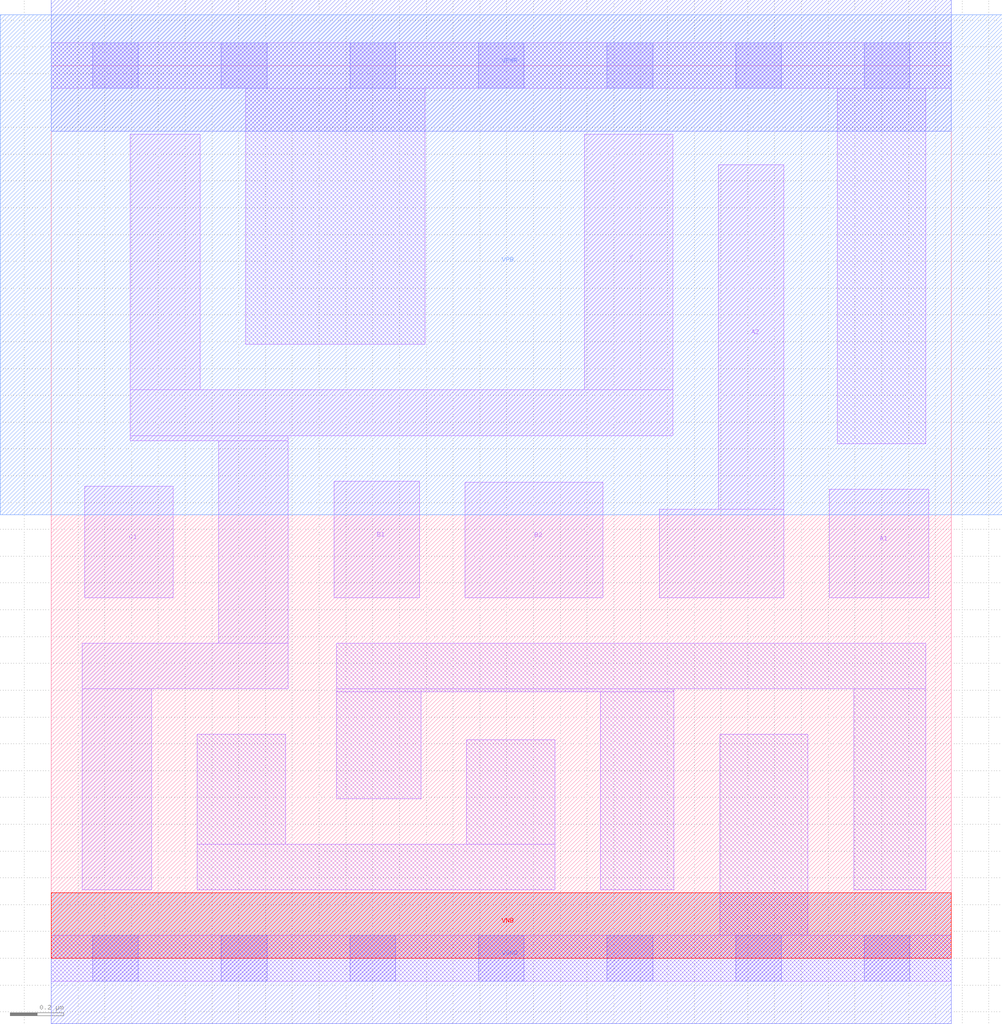
<source format=lef>
# Copyright 2020 The SkyWater PDK Authors
#
# Licensed under the Apache License, Version 2.0 (the "License");
# you may not use this file except in compliance with the License.
# You may obtain a copy of the License at
#
#     https://www.apache.org/licenses/LICENSE-2.0
#
# Unless required by applicable law or agreed to in writing, software
# distributed under the License is distributed on an "AS IS" BASIS,
# WITHOUT WARRANTIES OR CONDITIONS OF ANY KIND, either express or implied.
# See the License for the specific language governing permissions and
# limitations under the License.
#
# SPDX-License-Identifier: Apache-2.0

VERSION 5.7 ;
  NOWIREEXTENSIONATPIN ON ;
  DIVIDERCHAR "/" ;
  BUSBITCHARS "[]" ;
MACRO sky130_fd_sc_lp__o221ai_1
  CLASS CORE ;
  FOREIGN sky130_fd_sc_lp__o221ai_1 ;
  ORIGIN  0.000000  0.000000 ;
  SIZE  3.360000 BY  3.330000 ;
  SYMMETRY X Y R90 ;
  SITE unit ;
  PIN A1
    ANTENNAGATEAREA  0.315000 ;
    DIRECTION INPUT ;
    USE SIGNAL ;
    PORT
      LAYER li1 ;
        RECT 2.905000 1.345000 3.275000 1.750000 ;
    END
  END A1
  PIN A2
    ANTENNAGATEAREA  0.315000 ;
    DIRECTION INPUT ;
    USE SIGNAL ;
    PORT
      LAYER li1 ;
        RECT 2.270000 1.345000 2.735000 1.675000 ;
        RECT 2.490000 1.675000 2.735000 2.960000 ;
    END
  END A2
  PIN B1
    ANTENNAGATEAREA  0.315000 ;
    DIRECTION INPUT ;
    USE SIGNAL ;
    PORT
      LAYER li1 ;
        RECT 1.055000 1.345000 1.375000 1.780000 ;
    END
  END B1
  PIN B2
    ANTENNAGATEAREA  0.315000 ;
    DIRECTION INPUT ;
    USE SIGNAL ;
    PORT
      LAYER li1 ;
        RECT 1.545000 1.345000 2.060000 1.775000 ;
    END
  END B2
  PIN C1
    ANTENNAGATEAREA  0.315000 ;
    DIRECTION INPUT ;
    USE SIGNAL ;
    PORT
      LAYER li1 ;
        RECT 0.125000 1.345000 0.455000 1.760000 ;
    END
  END C1
  PIN Y
    ANTENNADIFFAREA  1.274700 ;
    DIRECTION OUTPUT ;
    USE SIGNAL ;
    PORT
      LAYER li1 ;
        RECT 0.115000 0.255000 0.375000 1.005000 ;
        RECT 0.115000 1.005000 0.885000 1.175000 ;
        RECT 0.295000 1.930000 0.885000 1.950000 ;
        RECT 0.295000 1.950000 2.320000 2.120000 ;
        RECT 0.295000 2.120000 0.555000 3.075000 ;
        RECT 0.625000 1.175000 0.885000 1.930000 ;
        RECT 1.990000 2.120000 2.320000 3.075000 ;
    END
  END Y
  PIN VGND
    DIRECTION INOUT ;
    USE GROUND ;
    PORT
      LAYER met1 ;
        RECT 0.000000 -0.245000 3.360000 0.245000 ;
    END
  END VGND
  PIN VNB
    DIRECTION INOUT ;
    USE GROUND ;
    PORT
      LAYER pwell ;
        RECT 0.000000 0.000000 3.360000 0.245000 ;
    END
  END VNB
  PIN VPB
    DIRECTION INOUT ;
    USE POWER ;
    PORT
      LAYER nwell ;
        RECT -0.190000 1.655000 3.550000 3.520000 ;
    END
  END VPB
  PIN VPWR
    DIRECTION INOUT ;
    USE POWER ;
    PORT
      LAYER met1 ;
        RECT 0.000000 3.085000 3.360000 3.575000 ;
    END
  END VPWR
  OBS
    LAYER li1 ;
      RECT 0.000000 -0.085000 3.360000 0.085000 ;
      RECT 0.000000  3.245000 3.360000 3.415000 ;
      RECT 0.545000  0.255000 1.880000 0.425000 ;
      RECT 0.545000  0.425000 0.875000 0.835000 ;
      RECT 0.725000  2.290000 1.395000 3.245000 ;
      RECT 1.065000  0.595000 1.380000 0.995000 ;
      RECT 1.065000  0.995000 2.325000 1.005000 ;
      RECT 1.065000  1.005000 3.265000 1.175000 ;
      RECT 1.550000  0.425000 1.880000 0.815000 ;
      RECT 2.050000  0.255000 2.325000 0.995000 ;
      RECT 2.495000  0.085000 2.825000 0.835000 ;
      RECT 2.935000  1.920000 3.265000 3.245000 ;
      RECT 2.995000  0.255000 3.265000 1.005000 ;
    LAYER mcon ;
      RECT 0.155000 -0.085000 0.325000 0.085000 ;
      RECT 0.155000  3.245000 0.325000 3.415000 ;
      RECT 0.635000 -0.085000 0.805000 0.085000 ;
      RECT 0.635000  3.245000 0.805000 3.415000 ;
      RECT 1.115000 -0.085000 1.285000 0.085000 ;
      RECT 1.115000  3.245000 1.285000 3.415000 ;
      RECT 1.595000 -0.085000 1.765000 0.085000 ;
      RECT 1.595000  3.245000 1.765000 3.415000 ;
      RECT 2.075000 -0.085000 2.245000 0.085000 ;
      RECT 2.075000  3.245000 2.245000 3.415000 ;
      RECT 2.555000 -0.085000 2.725000 0.085000 ;
      RECT 2.555000  3.245000 2.725000 3.415000 ;
      RECT 3.035000 -0.085000 3.205000 0.085000 ;
      RECT 3.035000  3.245000 3.205000 3.415000 ;
  END
END sky130_fd_sc_lp__o221ai_1
END LIBRARY

</source>
